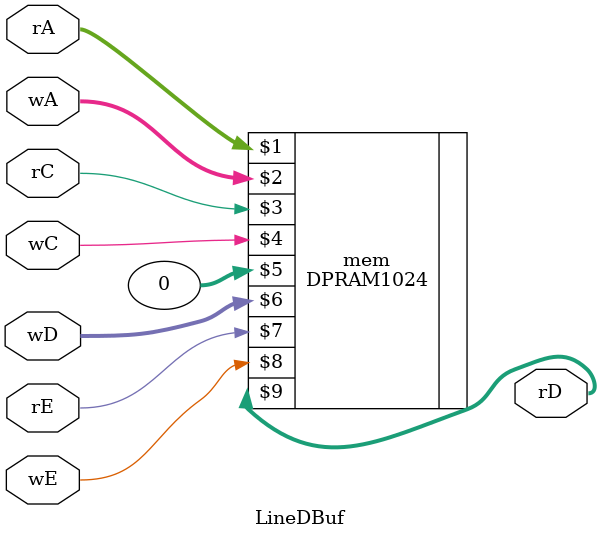
<source format=v>

module PKWARS_SP
(
	input				VCLKx4,
	input				VCLK,

	input   [8:0]	PH,
	input	  [8:0]	PV,

	output [10:0]	SPAAD,
	input   [7:0]	SPADT,

	output [13:0]	SPCAD,
	input  [31:0]	SPCDT,
	input				SPCFT,

	output  [3:0]	SPOUT
);

wire 		  WPEN;
wire [8:0] WPAD;
wire [7:0] WPIX;

reg  [7:0] POUT;
wire [3:0] OTHP = (POUT[3:0]==1) ? POUT[7:4] : POUT[3:0];

wire [8:0] WP = {1'b0,WPAD[7:0]};


wire [7:0] PO;
wire [9:0] rad = {~PV[0], PH};
reg  [9:0] pad = 1;
always @(posedge VCLK) begin
	if (pad!=rad) begin
		pad <= rad;
		POUT <= PO;
	end
end

LineDBuf ldbuf(
	 VCLKx4, rad, PO, (pad==rad),
	~VCLKx4, { PV[0], WP}, WPIX, WPEN
);

PKWARS_SPENG eng (
	VCLKx4, PH, PV,
	SPAAD, SPADT,
	SPCAD, SPCDT, SPCFT,
	 WPAD,  WPIX, WPEN
);

assign SPOUT = OTHP;

endmodule


module PKWARS_SPENG
(
	input				VCLKx4,

	input	 [8:0]	PH,
	input  [8:0]	PV,

	output [10:0]	SPAAD,
	input  [7:0]	SPADT,

	output [13:0]	SPCAD,
	input  [31:0]	SPCDT,
	input				SPCFT,

	output [8:0]	WPAD,
	output [7:0]	WPIX,
	output			WPEN
);

reg  [5:0] SPRNO;
reg  [1:0] SPRIX;
assign	  SPAAD = {SPRNO, 3'h0, SPRIX};

reg  [7:0] PTNO;
reg  [7:0] ATTR;
wire [3:0] PALNO = ATTR[7:4];
wire 		  FLIPH = PTNO[0];
wire 		  FLIPV = PTNO[1];
wire 		  XPOSH = 1'b0;
wire 		  DSABL = ATTR[3];

reg  [7:0] YPOS;
reg  [7:0] NV;
wire [7:0] HV   = NV-YPOS;
wire [3:0] LV   = {4{FLIPV}}^(HV[3:0]);
wire       YHIT = (HV[7:4]==4'b1111) & (~DSABL);

reg  [7:0] XPOS;
reg  [4:0] WP;
wire [3:0] WOFS = {4{FLIPH}}^(WP[3:0]);
assign 	  WPAD = {1'b0,XPOS}-{XPOSH,8'h0}+WOFS-1;
assign 	  WPEN = ~(WP[4]|(WPIX[3:0]==0));

reg		  CRS;
wire [8:0] PATNO = {ATTR[2:0],PTNO[7:2]};
assign	  SPCAD = {PATNO, LV[3], CRS, LV[2:0]};

function [3:0] XOUT;
input  [2:0] N;
input [31:0] CDT;
	case(N)
	 0: XOUT = CDT[7:4];
	 1: XOUT = CDT[3:0];
	 2: XOUT = CDT[15:12];
	 3: XOUT = CDT[11:8];
	 4: XOUT = CDT[23:20];
	 5: XOUT = CDT[19:16];
	 6: XOUT = CDT[31:28];
	 7: XOUT = CDT[27:24];
	endcase
endfunction
reg [31:0] CDT0, CDT1;
assign	  WPIX = {PALNO, XOUT(WP[2:0],WP[3] ? CDT1 : CDT0)};


`define WAIT	0
`define FETCH0	1
`define FETCH1	2
`define FETCH2	3
`define FETCH3	4
`define FETCH4	5
`define DRAW	6
`define NEXT	7

reg  [2:0] STATE;
always @( posedge VCLKx4 ) begin
	case (STATE)

	 `WAIT: begin
			WP <= 16;
			if (~PH[8]) begin
				NV <= PV+17;
				SPRNO <= 0;
				SPRIX <= 2;
				STATE <= `FETCH0;
			end
		end

	 `FETCH0: begin
			YPOS  <= SPADT;
			SPRIX <= 3;
			STATE <= `FETCH1;
		end
	 `FETCH1: begin
			ATTR   = SPADT; /* ATTR must block assign */
			SPRIX <= 0;
			STATE <= YHIT ? `FETCH2 : `NEXT;
		end

	 `FETCH2: begin
			PTNO  <= SPADT;
			SPRIX <= 1;
			STATE <= `FETCH3;
		end
	 `FETCH3: begin
		   if (SPCFT) begin		// Wait for CHRROM fetch cycle
				XPOS  <= SPADT;
				CRS   <= 0;
				STATE <= `FETCH4;
			end
		end
	 `FETCH4: begin
			if (SPCFT) begin		// Fetch CHRROM data (16pixels)
				if (~CRS) begin
					CDT0  <= SPCDT;
					CRS   <= 1;
				end
				else begin
					CDT1  <= SPCDT;
					WP    <= 0;
					STATE <= `DRAW;
				end
			end
		end

	 `DRAW: begin
			WP <= WP+1;
			if (WP[4]) STATE <= `NEXT;
 	   end

	 `NEXT: begin
			CDT0  <= 0; CDT1 <= 0;
			SPRNO <= SPRNO+1;
			SPRIX <= 2;
			STATE <= (SPRNO==63) ? `WAIT : `FETCH0;
	   end

	endcase
end

endmodule


module LineDBuf
(
	input 		 rC,
	input  [9:0] rA,
	output [7:0] rD,
	input			 rE,

	input			 wC,
	input	 [9:0] wA,
	input  [7:0] wD,
	input			 wE
);

DPRAM1024 mem(
	rA, wA,
	rC, wC,
	 0, wD,
	rE, wE,
	rD
);

endmodule

</source>
